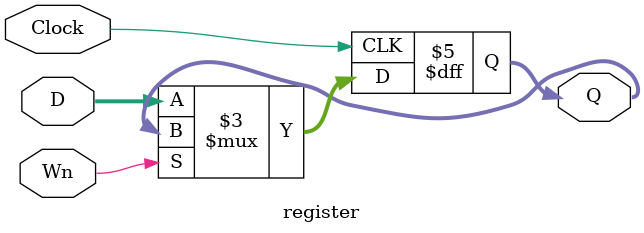
<source format=v>
module register (D, Wn, Clock, Q);
	input [3:0] D;
	input Clock, Wn;
	output reg [3:0] Q;
	always @(posedge Clock)
		if (Wn == 0)
			Q <= D;
endmodule 

</source>
